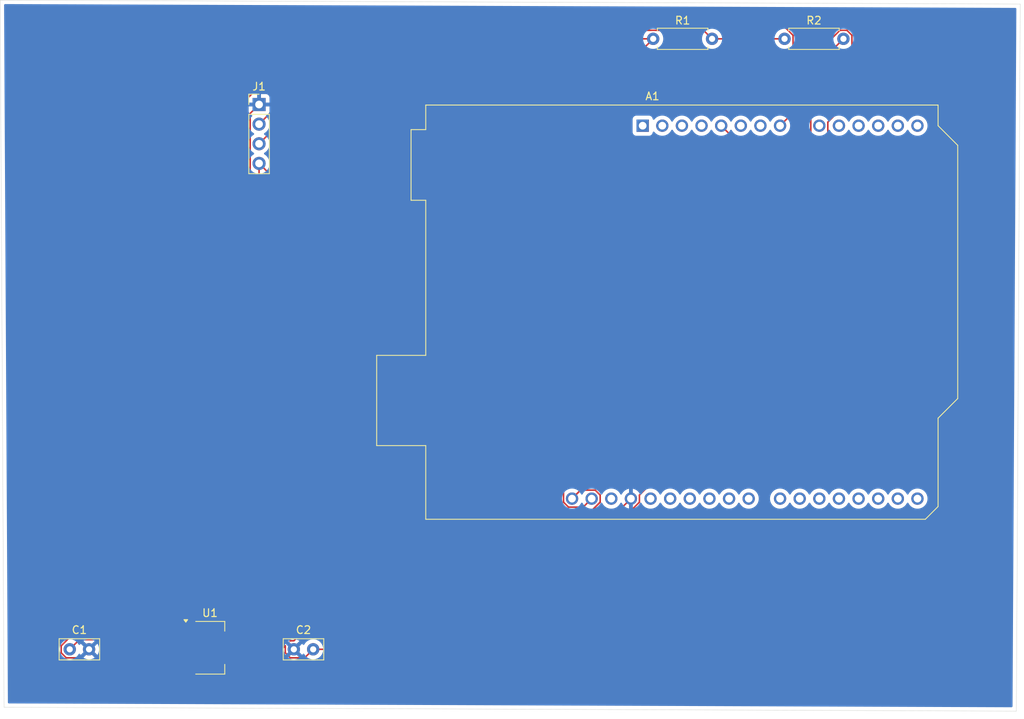
<source format=kicad_pcb>
(kicad_pcb (version 20241229) (generator "pcbnew") (generator_version "9.0")
  (layers (0 "F.Cu" signal) (2 "B.Cu" signal) (13 "F.Paste" user) (15 "B.Paste" user) (5 "F.SilkS" user "F.Silkscreen") (7 "B.SilkS" user "B.Silkscreen") (1 "F.Mask" user) (3 "B.Mask" user) (25 "Edge.Cuts" user))
  (net 0 "")
  (net 3 "GND")
  (net 6 "Net-(A1-+5V)")
  (net 16 "Net-(J1-Pin_4)")
  (net 28 "Net-(A1-VIN)")
  (net 30 "Net-(J1-Pin_3)")
  (net 33 "VCC")
  (footprint "Capacitor_THT:C_Disc_D5.0mm_W2.5mm_P2.50mm" (layer "F.Cu") (at 70 117.5)
    (property "Reference" "C1" (at 1.25 -2.5 0) (layer "F.SilkS"))
    (property "Value" "C")
    (fp_line (start -1.37 -1.37) (end -1.37 1.37) (stroke (width 0.12)) (layer "F.SilkS"))
    (fp_line (start -1.37 -1.37) (end 3.87 -1.37) (stroke (width 0.12)) (layer "F.SilkS"))
    (fp_line (start -1.37 1.37) (end 3.87 1.37) (stroke (width 0.12)) (layer "F.SilkS"))
    (fp_line (start 3.87 -1.37) (end 3.87 1.37) (stroke (width 0.12)) (layer "F.SilkS"))
    (pad "1" thru_hole circle (at 0 0) (size 1.6 1.6) (drill 0.8) (layers "*.Cu" "*.Mask") (net 28 "Net-(A1-VIN)"))
    (pad "2" thru_hole circle (at 2.5 0) (size 1.6 1.6) (drill 0.8) (layers "*.Cu" "*.Mask") (net 3 "GND"))
  )
  (footprint "Module:Arduino_UNO_R3" (layer "F.Cu") (at 144.14 49.74)
    (property "Reference" "A1" (at 1.27 -3.81 180) (layer "F.SilkS"))
    (property "Value" "Arduino_UNO_R3")
    (fp_line (start -34.42 29.72) (end -34.42 41.4) (stroke (width 0.12)) (layer "F.SilkS"))
    (fp_line (start -34.42 41.4) (end -28.07 41.4) (stroke (width 0.12)) (layer "F.SilkS"))
    (fp_line (start -29.97 0.51) (end -29.97 9.65) (stroke (width 0.12)) (layer "F.SilkS"))
    (fp_line (start -29.97 9.65) (end -28.07 9.65) (stroke (width 0.12)) (layer "F.SilkS"))
    (fp_line (start -28.07 -2.67) (end -28.07 0.51) (stroke (width 0.12)) (layer "F.SilkS"))
    (fp_line (start -28.07 0.51) (end -29.97 0.51) (stroke (width 0.12)) (layer "F.SilkS"))
    (fp_line (start -28.07 9.65) (end -28.07 29.72) (stroke (width 0.12)) (layer "F.SilkS"))
    (fp_line (start -28.07 29.72) (end -34.42 29.72) (stroke (width 0.12)) (layer "F.SilkS"))
    (fp_line (start -28.07 41.4) (end -28.07 50.93) (stroke (width 0.12)) (layer "F.SilkS"))
    (fp_line (start -28.07 50.93) (end 36.58 50.93) (stroke (width 0.12)) (layer "F.SilkS"))
    (fp_line (start 36.58 50.93) (end 38.23 49.28) (stroke (width 0.12)) (layer "F.SilkS"))
    (fp_line (start 38.23 -2.67) (end -28.07 -2.67) (stroke (width 0.12)) (layer "F.SilkS"))
    (fp_line (start 38.23 0) (end 38.23 -2.67) (stroke (width 0.12)) (layer "F.SilkS"))
    (fp_line (start 38.23 37.85) (end 40.77 35.31) (stroke (width 0.12)) (layer "F.SilkS"))
    (fp_line (start 38.23 49.28) (end 38.23 37.85) (stroke (width 0.12)) (layer "F.SilkS"))
    (fp_line (start 40.77 2.54) (end 38.23 0) (stroke (width 0.12)) (layer "F.SilkS"))
    (fp_line (start 40.77 35.31) (end 40.77 2.54) (stroke (width 0.12)) (layer "F.SilkS"))
    (pad "1" thru_hole rect (at 0 0 90) (size 1.6 1.6) (drill 1) (layers "*.Cu" "*.Mask"))
    (pad "2" thru_hole oval (at 2.54 0 90) (size 1.6 1.6) (drill 1) (layers "*.Cu" "*.Mask"))
    (pad "3" thru_hole oval (at 5.08 0 90) (size 1.6 1.6) (drill 1) (layers "*.Cu" "*.Mask"))
    (pad "4" thru_hole oval (at 7.62 0 90) (size 1.6 1.6) (drill 1) (layers "*.Cu" "*.Mask"))
    (pad "5" thru_hole oval (at 10.16 0 90) (size 1.6 1.6) (drill 1) (layers "*.Cu" "*.Mask") (net 6 "Net-(A1-+5V)"))
    (pad "6" thru_hole oval (at 12.7 0 90) (size 1.6 1.6) (drill 1) (layers "*.Cu" "*.Mask"))
    (pad "7" thru_hole oval (at 15.24 0 90) (size 1.6 1.6) (drill 1) (layers "*.Cu" "*.Mask"))
    (pad "8" thru_hole oval (at 17.78 0 90) (size 1.6 1.6) (drill 1) (layers "*.Cu" "*.Mask") (net 28 "Net-(A1-VIN)"))
    (pad "9" thru_hole oval (at 22.86 0 90) (size 1.6 1.6) (drill 1) (layers "*.Cu" "*.Mask"))
    (pad "10" thru_hole oval (at 25.4 0 90) (size 1.6 1.6) (drill 1) (layers "*.Cu" "*.Mask"))
    (pad "11" thru_hole oval (at 27.94 0 90) (size 1.6 1.6) (drill 1) (layers "*.Cu" "*.Mask"))
    (pad "12" thru_hole oval (at 30.48 0 90) (size 1.6 1.6) (drill 1) (layers "*.Cu" "*.Mask"))
    (pad "13" thru_hole oval (at 33.02 0 90) (size 1.6 1.6) (drill 1) (layers "*.Cu" "*.Mask"))
    (pad "14" thru_hole oval (at 35.56 0 90) (size 1.6 1.6) (drill 1) (layers "*.Cu" "*.Mask"))
    (pad "15" thru_hole oval (at 35.56 48.26 90) (size 1.6 1.6) (drill 1) (layers "*.Cu" "*.Mask"))
    (pad "16" thru_hole oval (at 33.02 48.26 90) (size 1.6 1.6) (drill 1) (layers "*.Cu" "*.Mask"))
    (pad "17" thru_hole oval (at 30.48 48.26 90) (size 1.6 1.6) (drill 1) (layers "*.Cu" "*.Mask"))
    (pad "18" thru_hole oval (at 27.94 48.26 90) (size 1.6 1.6) (drill 1) (layers "*.Cu" "*.Mask"))
    (pad "19" thru_hole oval (at 25.4 48.26 90) (size 1.6 1.6) (drill 1) (layers "*.Cu" "*.Mask"))
    (pad "20" thru_hole oval (at 22.86 48.26 90) (size 1.6 1.6) (drill 1) (layers "*.Cu" "*.Mask"))
    (pad "21" thru_hole oval (at 20.32 48.26 90) (size 1.6 1.6) (drill 1) (layers "*.Cu" "*.Mask"))
    (pad "22" thru_hole oval (at 17.78 48.26 90) (size 1.6 1.6) (drill 1) (layers "*.Cu" "*.Mask"))
    (pad "23" thru_hole oval (at 13.72 48.26 90) (size 1.6 1.6) (drill 1) (layers "*.Cu" "*.Mask"))
    (pad "24" thru_hole oval (at 11.18 48.26 90) (size 1.6 1.6) (drill 1) (layers "*.Cu" "*.Mask"))
    (pad "25" thru_hole oval (at 8.64 48.26 90) (size 1.6 1.6) (drill 1) (layers "*.Cu" "*.Mask"))
    (pad "26" thru_hole oval (at 6.1 48.26 90) (size 1.6 1.6) (drill 1) (layers "*.Cu" "*.Mask"))
    (pad "27" thru_hole oval (at 3.56 48.26 90) (size 1.6 1.6) (drill 1) (layers "*.Cu" "*.Mask"))
    (pad "28" thru_hole oval (at 1.02 48.26 90) (size 1.6 1.6) (drill 1) (layers "*.Cu" "*.Mask"))
    (pad "29" thru_hole oval (at -1.52 48.26 90) (size 1.6 1.6) (drill 1) (layers "*.Cu" "*.Mask") (net 3 "GND"))
    (pad "30" thru_hole oval (at -4.06 48.26 90) (size 1.6 1.6) (drill 1) (layers "*.Cu" "*.Mask"))
    (pad "31" thru_hole oval (at -6.6 48.26 90) (size 1.6 1.6) (drill 1) (layers "*.Cu" "*.Mask") (net 30 "Net-(J1-Pin_3)"))
    (pad "32" thru_hole oval (at -9.14 48.26 90) (size 1.6 1.6) (drill 1) (layers "*.Cu" "*.Mask") (net 16 "Net-(J1-Pin_4)"))
  )
  (footprint "Package_TO_SOT_SMD:SOT-223-3_TabPin2" (layer "F.Cu") (at 88.15 117.3)
    (property "Reference" "U1" (at 0 -4.5 0) (layer "F.SilkS"))
    (property "Value" "AMS1117-5.0")
    (fp_line (start -1.85 -3.41) (end 1.91 -3.41) (stroke (width 0.12)) (layer "F.SilkS"))
    (fp_line (start -1.85 3.41) (end 1.91 3.41) (stroke (width 0.12)) (layer "F.SilkS"))
    (fp_line (start 1.91 -3.41) (end 1.91 -2.15) (stroke (width 0.12)) (layer "F.SilkS"))
    (fp_line (start 1.91 3.41) (end 1.91 2.15) (stroke (width 0.12)) (layer "F.SilkS"))
    (fp_poly (pts (xy -3.13 -3.31) (xy -3.37 -3.64) (xy -2.89 -3.64) (xy -3.13 -3.31)) (stroke (width 0.12)) (fill yes) (layer "F.SilkS"))
    (pad "1" smd roundrect (at -3.15 -2.3) (size 2 1.5) (layers "F.Cu" "F.Mask" "F.Paste") (net 3 "GND"))
    (pad "2" smd roundrect (at -3.15 0) (size 2 1.5) (layers "F.Cu" "F.Mask" "F.Paste") (net 6 "Net-(A1-+5V)"))
    (pad "2" smd roundrect (at 3.15 0) (size 2 3.8) (layers "F.Cu" "F.Mask" "F.Paste") (net 6 "Net-(A1-+5V)"))
    (pad "3" smd roundrect (at -3.15 2.3) (size 2 1.5) (layers "F.Cu" "F.Mask" "F.Paste") (net 28 "Net-(A1-VIN)"))
  )
  (footprint "Capacitor_THT:C_Disc_D5.0mm_W2.5mm_P2.50mm" (layer "F.Cu") (at 99 117.5)
    (property "Reference" "C2" (at 1.25 -2.5 0) (layer "F.SilkS"))
    (property "Value" "C")
    (fp_line (start -1.37 -1.37) (end -1.37 1.37) (stroke (width 0.12)) (layer "F.SilkS"))
    (fp_line (start -1.37 -1.37) (end 3.87 -1.37) (stroke (width 0.12)) (layer "F.SilkS"))
    (fp_line (start -1.37 1.37) (end 3.87 1.37) (stroke (width 0.12)) (layer "F.SilkS"))
    (fp_line (start 3.87 -1.37) (end 3.87 1.37) (stroke (width 0.12)) (layer "F.SilkS"))
    (pad "1" thru_hole circle (at 0 0) (size 1.6 1.6) (drill 0.8) (layers "*.Cu" "*.Mask") (net 3 "GND"))
    (pad "2" thru_hole circle (at 2.5 0) (size 1.6 1.6) (drill 0.8) (layers "*.Cu" "*.Mask") (net 6 "Net-(A1-+5V)"))
  )
  (footprint "Resistor_THT:R_Axial_DIN0207_L6.3mm_D2.5mm_P7.62mm_Horizontal" (layer "F.Cu") (at 145.5 38.5)
    (property "Reference" "R1" (at 3.81 -2.37 0) (layer "F.SilkS"))
    (property "Value" "4.7k")
    (fp_line (start 0.54 -1.37) (end 7.08 -1.37) (stroke (width 0.12)) (layer "F.SilkS"))
    (fp_line (start 0.54 -1.04) (end 0.54 -1.37) (stroke (width 0.12)) (layer "F.SilkS"))
    (fp_line (start 0.54 1.04) (end 0.54 1.37) (stroke (width 0.12)) (layer "F.SilkS"))
    (fp_line (start 0.54 1.37) (end 7.08 1.37) (stroke (width 0.12)) (layer "F.SilkS"))
    (fp_line (start 7.08 -1.37) (end 7.08 -1.04) (stroke (width 0.12)) (layer "F.SilkS"))
    (fp_line (start 7.08 1.37) (end 7.08 1.04) (stroke (width 0.12)) (layer "F.SilkS"))
    (pad "1" thru_hole circle (at 0 0) (size 1.6 1.6) (drill 0.8) (layers "*.Cu" "*.Mask") (net 30 "Net-(J1-Pin_3)"))
    (pad "2" thru_hole oval (at 7.62 0) (size 1.6 1.6) (drill 0.8) (layers "*.Cu" "*.Mask") (net 33 "VCC"))
  )
  (footprint "Resistor_THT:R_Axial_DIN0207_L6.3mm_D2.5mm_P7.62mm_Horizontal" (layer "F.Cu") (at 162.5 38.5)
    (property "Reference" "R2" (at 3.81 -2.37 0) (layer "F.SilkS"))
    (property "Value" "4.7k")
    (fp_line (start 0.54 -1.37) (end 7.08 -1.37) (stroke (width 0.12)) (layer "F.SilkS"))
    (fp_line (start 0.54 -1.04) (end 0.54 -1.37) (stroke (width 0.12)) (layer "F.SilkS"))
    (fp_line (start 0.54 1.04) (end 0.54 1.37) (stroke (width 0.12)) (layer "F.SilkS"))
    (fp_line (start 0.54 1.37) (end 7.08 1.37) (stroke (width 0.12)) (layer "F.SilkS"))
    (fp_line (start 7.08 -1.37) (end 7.08 -1.04) (stroke (width 0.12)) (layer "F.SilkS"))
    (fp_line (start 7.08 1.37) (end 7.08 1.04) (stroke (width 0.12)) (layer "F.SilkS"))
    (pad "1" thru_hole circle (at 0 0) (size 1.6 1.6) (drill 0.8) (layers "*.Cu" "*.Mask") (net 33 "VCC"))
    (pad "2" thru_hole oval (at 7.62 0) (size 1.6 1.6) (drill 0.8) (layers "*.Cu" "*.Mask") (net 16 "Net-(J1-Pin_4)"))
  )
  (footprint "Connector_PinHeader_2.54mm:PinHeader_1x04_P2.54mm_Vertical" (layer "F.Cu") (at 94.5 47)
    (property "Reference" "J1" (at 0 -2.33 0) (layer "F.SilkS"))
    (property "Value" "Conn_01x04")
    (fp_line (start -1.33 -1.33) (end 0 -1.33) (stroke (width 0.12)) (layer "F.SilkS"))
    (fp_line (start -1.33 0) (end -1.33 -1.33) (stroke (width 0.12)) (layer "F.SilkS"))
    (fp_line (start -1.33 1.27) (end -1.33 8.95) (stroke (width 0.12)) (layer "F.SilkS"))
    (fp_line (start -1.33 1.27) (end 1.33 1.27) (stroke (width 0.12)) (layer "F.SilkS"))
    (fp_line (start -1.33 8.95) (end 1.33 8.95) (stroke (width 0.12)) (layer "F.SilkS"))
    (fp_line (start 1.33 1.27) (end 1.33 8.95) (stroke (width 0.12)) (layer "F.SilkS"))
    (pad "1" thru_hole rect (at 0 0) (size 1.7 1.7) (drill 1) (layers "*.Cu" "*.Mask") (net 3 "GND"))
    (pad "2" thru_hole oval (at 0 2.54) (size 1.7 1.7) (drill 1) (layers "*.Cu" "*.Mask") (net 33 "VCC"))
    (pad "3" thru_hole oval (at 0 5.08) (size 1.7 1.7) (drill 1) (layers "*.Cu" "*.Mask") (net 30 "Net-(J1-Pin_3)"))
    (pad "4" thru_hole oval (at 0 7.62) (size 1.7 1.7) (drill 1) (layers "*.Cu" "*.Mask") (net 16 "Net-(J1-Pin_4)"))
  )
  (gr_line (start 193 34) (end 192.5 125.5) (stroke (width 0.05)) (layer "Edge.Cuts"))
  (gr_line (start 61.5 125) (end 61 33.5) (stroke (width 0.05)) (layer "Edge.Cuts"))
  (gr_line (start 192.5 125.5) (end 61.5 125) (stroke (width 0.05)) (layer "Edge.Cuts"))
  (gr_line (start 61 33.5) (end 193 34) (stroke (width 0.05)) (layer "Edge.Cuts"))
  (segment (start 93.349 48.151) (end 93.349 111.849) (width 0.2) (layer "F.Cu") (net 3))
  (segment (start 93.349 111.849) (end 99 117.5) (width 0.2) (layer "F.Cu") (net 3))
  (segment (start 71.399 118.601) (end 69.54395 118.601) (width 0.2) (layer "F.Cu") (net 3))
  (segment (start 100.5 116) (end 124.62 116) (width 0.2) (layer "F.Cu") (net 3))
  (segment (start 99 117.5) (end 96.5 115) (width 0.2) (layer "F.Cu") (net 3))
  (segment (start 69.54395 118.601) (end 68.899 117.95605) (width 0.2) (layer "F.Cu") (net 3))
  (segment (start 99 117.5) (end 100.5 116) (width 0.2) (layer "F.Cu") (net 3))
  (segment (start 70.94295 115) (end 85 115) (width 0.2) (layer "F.Cu") (net 3))
  (segment (start 68.899 117.04395) (end 70.94295 115) (width 0.2) (layer "F.Cu") (net 3))
  (segment (start 72.5 117.5) (end 71.399 118.601) (width 0.2) (layer "F.Cu") (net 3))
  (segment (start 68.899 117.95605) (end 68.899 117.04395) (width 0.2) (layer "F.Cu") (net 3))
  (segment (start 124.62 116) (end 142.62 98) (width 0.2) (layer "F.Cu") (net 3))
  (segment (start 96.5 115) (end 85 115) (width 0.2) (layer "F.Cu") (net 3))
  (segment (start 94.5 47) (end 93.349 48.151) (width 0.2) (layer "F.Cu") (net 3))
  (segment (start 97.899 117.95605) (end 98.54395 118.601) (width 0.2) (layer "F.Cu") (net 6))
  (segment (start 168.101 73.16395) (end 143.721 97.54395) (width 0.2) (layer "F.Cu") (net 6))
  (segment (start 169.66395 37.399) (end 170.57605 37.399) (width 0.2) (layer "F.Cu") (net 6))
  (segment (start 100.399 118.601) (end 101.5 117.5) (width 0.2) (layer "F.Cu") (net 6))
  (segment (start 171.221 38.04395) (end 171.221 46.16395) (width 0.2) (layer "F.Cu") (net 6))
  (segment (start 97.44295 117.5) (end 97.899 117.04395) (width 0.2) (layer "F.Cu") (net 6))
  (segment (start 143.721 98.45605) (end 124.67705 117.5) (width 0.2) (layer "F.Cu") (net 6))
  (segment (start 170.57605 37.399) (end 171.221 38.04395) (width 0.2) (layer "F.Cu") (net 6))
  (segment (start 143.721 97.54395) (end 143.721 98.45605) (width 0.2) (layer "F.Cu") (net 6))
  (segment (start 85 117.3) (end 85.2 117.5) (width 0.2) (layer "F.Cu") (net 6))
  (segment (start 85.2 117.5) (end 97.44295 117.5) (width 0.2) (layer "F.Cu") (net 6))
  (segment (start 97.899 117.04395) (end 97.899 117.95605) (width 0.2) (layer "F.Cu") (net 6))
  (segment (start 124.67705 117.5) (end 101.5 117.5) (width 0.2) (layer "F.Cu") (net 6))
  (segment (start 168.101 49.28395) (end 168.101 73.16395) (width 0.2) (layer "F.Cu") (net 6))
  (segment (start 165.498 41.56495) (end 169.66395 37.399) (width 0.2) (layer "F.Cu") (net 6))
  (segment (start 165.498 60.938) (end 165.498 41.56495) (width 0.2) (layer "F.Cu") (net 6))
  (segment (start 98.54395 118.601) (end 100.399 118.601) (width 0.2) (layer "F.Cu") (net 6))
  (segment (start 154.3 49.74) (end 165.498 60.938) (width 0.2) (layer "F.Cu") (net 6))
  (segment (start 171.221 46.16395) (end 168.101 49.28395) (width 0.2) (layer "F.Cu") (net 6))
  (segment (start 165.899 42.721) (end 165.899 67.101) (width 0.2) (layer "F.Cu") (net 16))
  (segment (start 136.101 96.899) (end 137.99605 96.899) (width 0.2) (layer "F.Cu") (net 16))
  (segment (start 98.54395 116.399) (end 98.505025 116.437925) (width 0.2) (layer "F.Cu") (net 16))
  (segment (start 138.641 98.45605) (end 121.49805 115.599) (width 0.2) (layer "F.Cu") (net 16))
  (segment (start 170.12 38.5) (end 165.899 42.721) (width 0.2) (layer "F.Cu") (net 16))
  (segment (start 94.5 54.62) (end 99 59.12) (width 0.2) (layer "F.Cu") (net 16))
  (segment (start 138.641 97.54395) (end 138.641 98.45605) (width 0.2) (layer "F.Cu") (net 16))
  (segment (start 165.899 67.101) (end 135 98) (width 0.2) (layer "F.Cu") (net 16))
  (segment (start 134.37785 99.502) (end 94.5 59.62415) (width 0.2) (layer "F.Cu") (net 16))
  (segment (start 94.5 59.62415) (end 94.5 54.62) (width 0.2) (layer "F.Cu") (net 16))
  (segment (start 121.49805 115.599) (end 99.8 115.599) (width 0.2) (layer "F.Cu") (net 16))
  (segment (start 99 116.399) (end 98.54395 116.399) (width 0.2) (layer "F.Cu") (net 16))
  (segment (start 138.641 98.45605) (end 137.59505 99.502) (width 0.2) (layer "F.Cu") (net 16))
  (segment (start 99.8 115.599) (end 99 116.399) (width 0.2) (layer "F.Cu") (net 16))
  (segment (start 137.99605 96.899) (end 138.641 97.54395) (width 0.2) (layer "F.Cu") (net 16))
  (segment (start 137.59505 99.502) (end 134.37785 99.502) (width 0.2) (layer "F.Cu") (net 16))
  (segment (start 135 98) (end 136.101 96.899) (width 0.2) (layer "F.Cu") (net 16))
  (segment (start 85 119.6) (end 69.97585 119.6) (width 0.2) (layer "F.Cu") (net 28))
  (segment (start 102.2 36.998) (end 162.55505 36.998) (width 0.2) (layer "F.Cu") (net 28))
  (segment (start 162.55505 36.998) (end 163.601 38.04395) (width 0.2) (layer "F.Cu") (net 28))
  (segment (start 68.498 70.7) (end 102.2 36.998) (width 0.2) (layer "F.Cu") (net 28))
  (segment (start 71.251 116.249) (end 81.649 116.249) (width 0.2) (layer "F.Cu") (net 28))
  (segment (start 163.601 48.059) (end 161.92 49.74) (width 0.2) (layer "F.Cu") (net 28))
  (segment (start 68.498 118.12215) (end 68.498 70.7) (width 0.2) (layer "F.Cu") (net 28))
  (segment (start 163.601 38.04395) (end 163.601 48.059) (width 0.2) (layer "F.Cu") (net 28))
  (segment (start 70 117.5) (end 71.251 116.249) (width 0.2) (layer "F.Cu") (net 28))
  (segment (start 81.649 116.249) (end 85 119.6) (width 0.2) (layer "F.Cu") (net 28))
  (segment (start 69.97585 119.6) (end 68.498 118.12215) (width 0.2) (layer "F.Cu") (net 28))
  (segment (start 136.439 99.101) (end 137.54 98) (width 0.2) (layer "F.Cu") (net 30))
  (segment (start 133.899 98.45605) (end 134.54395 99.101) (width 0.2) (layer "F.Cu") (net 30))
  (segment (start 145.5 38.5) (end 133.899 50.101) (width 0.2) (layer "F.Cu") (net 30))
  (segment (start 108.08 38.5) (end 94.5 52.08) (width 0.2) (layer "F.Cu") (net 30))
  (segment (start 134.54395 99.101) (end 136.439 99.101) (width 0.2) (layer "F.Cu") (net 30))
  (segment (start 145.5 38.5) (end 108.08 38.5) (width 0.2) (layer "F.Cu") (net 30))
  (segment (start 133.899 50.101) (end 133.899 98.45605) (width 0.2) (layer "F.Cu") (net 30))
  (segment (start 162.5 38.5) (end 153.12 38.5) (width 0.2) (layer "F.Cu") (net 33))
  (segment (start 153.12 38.5) (end 152.019 37.399) (width 0.2) (layer "F.Cu") (net 33))
  (segment (start 152.019 37.399) (end 106.641 37.399) (width 0.2) (layer "F.Cu") (net 33))
  (segment (start 106.641 37.399) (end 94.5 49.54) (width 0.2) (layer "F.Cu") (net 33))
  (zone (net 3) (net_name "GND") (layer "B.Cu") (connect_pads (clearance 0.5)) (min_thickness 0.25) (fill yes (thermal_gap 0.5) (thermal_bridge_width 0.5))
    (polygon (pts (xy 61 33.5) (xy 193.5 34) (xy 193 126.5) (xy 61.5 125.5) (xy 61 34)))
  )
)
</source>
